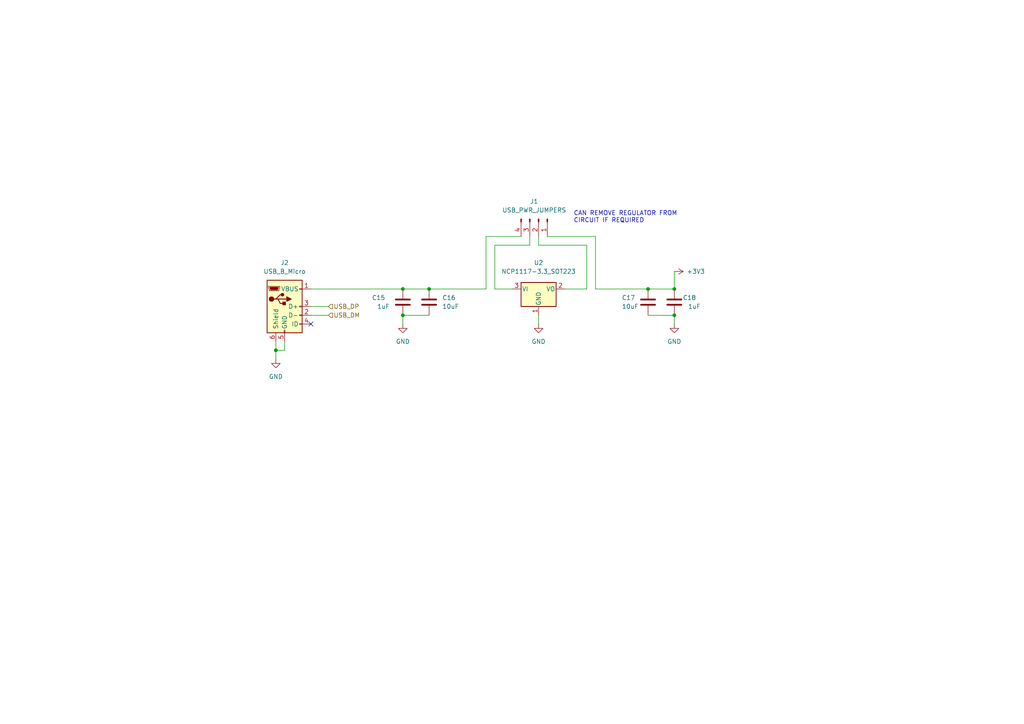
<source format=kicad_sch>
(kicad_sch (version 20211123) (generator eeschema)
  (paper "A4")
  (lib_symbols
    (symbol "Connector:Conn_01x04_Male" (pin_names (offset 1.016) hide)
      (property "Reference" "J" (at 0 5.08 0))
      (property "Value" "Conn_01x04_Male" (at 0 -7.62 0))
      (symbol "Conn_01x04_Male_1_1"
        (polyline (pts (xy 1.27 -5.08) (xy 0.8636 -5.08)) (stroke (width 0.1524)))
        (polyline (pts (xy 1.27 -2.54) (xy 0.8636 -2.54)) (stroke (width 0.1524)))
        (polyline (pts (xy 1.27 0) (xy 0.8636 0)) (stroke (width 0.1524)))
        (polyline (pts (xy 1.27 2.54) (xy 0.8636 2.54)) (stroke (width 0.1524)))
        (rectangle (start 0.8636 -4.953) (end 0 -5.207) (stroke (width 0.1524)) (fill (type outline)))
        (rectangle (start 0.8636 -2.413) (end 0 -2.667) (stroke (width 0.1524)) (fill (type outline)))
        (rectangle (start 0.8636 0.127) (end 0 -0.127) (stroke (width 0.1524)) (fill (type outline)))
        (rectangle (start 0.8636 2.667) (end 0 2.413) (stroke (width 0.1524)) (fill (type outline)))
        (pin passive line (at 5.08 2.54 180) (length 3.81) (name "Pin_1") (number "1"))
        (pin passive line (at 5.08 0 180) (length 3.81) (name "Pin_2") (number "2"))
        (pin passive line (at 5.08 -2.54 180) (length 3.81) (name "Pin_3") (number "3"))
        (pin passive line (at 5.08 -5.08 180) (length 3.81) (name "Pin_4") (number "4"))
      )
    )
    (symbol "Connector:USB_B_Micro" (pin_names (offset 1.016))
      (property "Reference" "J" (at -5.08 11.43 0))
      (property "Value" "USB_B_Micro" (at -5.08 8.89 0))
      (symbol "USB_B_Micro_0_1"
        (rectangle (start -5.08 -7.62) (end 5.08 7.62) (stroke (width 0.254)) (fill (type background)))
        (circle (center -3.81 2.159) (radius 0.635) (stroke (width 0.254)) (fill (type outline)))
        (circle (center -0.635 3.429) (radius 0.381) (stroke (width 0.254)) (fill (type outline)))
        (rectangle (start -0.127 -7.62) (end 0.127 -6.858))
        (polyline (pts (xy -1.905 2.159) (xy 0.635 2.159)) (stroke (width 0.254)))
        (polyline (pts (xy -3.175 2.159) (xy -2.54 2.159) (xy -1.27 3.429) (xy -0.635 3.429)) (stroke (width 0.254)))
        (polyline (pts (xy -2.54 2.159) (xy -1.905 2.159) (xy -1.27 0.889) (xy 0 0.889)) (stroke (width 0.254)))
        (polyline (pts (xy 0.635 2.794) (xy 0.635 1.524) (xy 1.905 2.159) (xy 0.635 2.794)) (stroke (width 0.254)) (fill (type outline)))
        (polyline (pts (xy -4.318 5.588) (xy -1.778 5.588) (xy -2.032 4.826) (xy -4.064 4.826) (xy -4.318 5.588)) (fill (type outline)))
        (polyline (pts (xy -4.699 5.842) (xy -4.699 5.588) (xy -4.445 4.826) (xy -4.445 4.572) (xy -1.651 4.572) (xy -1.651 4.826) (xy -1.397 5.588) (xy -1.397 5.842) (xy -4.699 5.842)))
        (rectangle (start 0.254 1.27) (end -0.508 0.508) (stroke (width 0.254)) (fill (type outline)))
        (rectangle (start 5.08 -5.207) (end 4.318 -4.953))
        (rectangle (start 5.08 -2.667) (end 4.318 -2.413))
        (rectangle (start 5.08 -0.127) (end 4.318 0.127))
        (rectangle (start 5.08 4.953) (end 4.318 5.207))
      )
      (symbol "USB_B_Micro_1_1"
        (pin power_out line (at 7.62 5.08 180) (length 2.54) (name "VBUS") (number "1"))
        (pin bidirectional line (at 7.62 -2.54 180) (length 2.54) (name "D-") (number "2"))
        (pin bidirectional line (at 7.62 0 180) (length 2.54) (name "D+") (number "3"))
        (pin passive line (at 7.62 -5.08 180) (length 2.54) (name "ID") (number "4"))
        (pin power_out line (at 0 -10.16 90) (length 2.54) (name "GND") (number "5"))
        (pin passive line (at -2.54 -10.16 90) (length 2.54) (name "Shield") (number "6"))
      )
    )
    (symbol "Device:C" (pin_numbers hide) (pin_names (offset 0.254))
      (property "Reference" "C" (at 0.635 2.54 0))
      (property "Value" "C" (at 0.635 -2.54 0))
      (symbol "C_0_1"
        (polyline (pts (xy -2.032 -0.762) (xy 2.032 -0.762)) (stroke (width 0.508)))
        (polyline (pts (xy -2.032 0.762) (xy 2.032 0.762)) (stroke (width 0.508)))
      )
      (symbol "C_1_1"
        (pin passive line (at 0 3.81 270) (length 2.794) (name "~") (number "1"))
        (pin passive line (at 0 -3.81 90) (length 2.794) (name "~") (number "2"))
      )
    )
    (symbol "Regulator_Linear:NCP1117-3.3_SOT223" (pin_names (offset 0.254))
      (property "Reference" "U" (at -3.81 3.175 0))
      (property "Value" "NCP1117-3.3_SOT223" (at 0 3.175 0))
      (symbol "NCP1117-3.3_SOT223_0_1"
        (rectangle (start -5.08 -5.08) (end 5.08 1.905) (stroke (width 0.254)) (fill (type background)))
      )
      (symbol "NCP1117-3.3_SOT223_1_1"
        (pin power_in line (at 0 -7.62 90) (length 2.54) (name "GND") (number "1"))
        (pin power_out line (at 7.62 0 180) (length 2.54) (name "VO") (number "2"))
        (pin power_in line (at -7.62 0 0) (length 2.54) (name "VI") (number "3"))
      )
    )
    (symbol "power:+3.3V" (power) (pin_names (offset 0))
      (property "Value" "+3.3V" (at 0 3.556 0))
      (symbol "+3.3V_0_1"
        (polyline (pts (xy -0.762 1.27) (xy 0 2.54)))
        (polyline (pts (xy 0 0) (xy 0 2.54)))
        (polyline (pts (xy 0 2.54) (xy 0.762 1.27)))
      )
      (symbol "+3.3V_1_1"
        (pin power_in line (at 0 0 90) (length 0) hide (name "+3V3") (number "1"))
      )
    )
    (symbol "power:GND" (power) (pin_names (offset 0))
      (property "Value" "GND" (at 0 -3.81 0))
      (symbol "GND_0_1"
        (polyline (pts (xy 0 0) (xy 0 -1.27) (xy 1.27 -1.27) (xy 0 -2.54) (xy -1.27 -1.27) (xy 0 -1.27)))
      )
      (symbol "GND_1_1"
        (pin power_in line (at 0 0 270) (length 0) hide (name "GND") (number "1"))
      )
    )
  )
  (junction (at 195.58 83.82))
  (junction (at 116.84 91.44))
  (junction (at 80.01 101.6))
  (junction (at 124.46 83.82))
  (junction (at 195.58 91.44))
  (junction (at 116.84 83.82))
  (junction (at 187.96 83.82))
  (no_connect (at 90.17 93.98))
  (wire (pts (xy 116.84 83.82) (xy 124.46 83.82)))
  (wire (pts (xy 80.01 99.06) (xy 80.01 101.6)))
  (wire (pts (xy 116.84 91.44) (xy 124.46 91.44)))
  (wire (pts (xy 156.21 68.58) (xy 156.21 71.12)))
  (wire (pts (xy 158.75 68.58) (xy 172.72 68.58)))
  (wire (pts (xy 156.21 91.44) (xy 156.21 93.98)))
  (wire (pts (xy 172.72 83.82) (xy 187.96 83.82)))
  (wire (pts (xy 90.17 88.9) (xy 95.25 88.9)))
  (wire (pts (xy 153.67 68.58) (xy 153.67 71.12)))
  (wire (pts (xy 124.46 83.82) (xy 140.97 83.82)))
  (wire (pts (xy 143.51 71.12) (xy 143.51 83.82)))
  (wire (pts (xy 90.17 83.82) (xy 116.84 83.82)))
  (wire (pts (xy 172.72 68.58) (xy 172.72 83.82)))
  (wire (pts (xy 156.21 71.12) (xy 170.18 71.12)))
  (wire (pts (xy 140.97 83.82) (xy 140.97 68.58)))
  (wire (pts (xy 80.01 101.6) (xy 82.55 101.6)))
  (wire (pts (xy 90.17 91.44) (xy 95.25 91.44)))
  (wire (pts (xy 153.67 71.12) (xy 143.51 71.12)))
  (wire (pts (xy 163.83 83.82) (xy 170.18 83.82)))
  (wire (pts (xy 80.01 101.6) (xy 80.01 104.14)))
  (wire (pts (xy 187.96 83.82) (xy 195.58 83.82)))
  (wire (pts (xy 140.97 68.58) (xy 151.13 68.58)))
  (wire (pts (xy 116.84 91.44) (xy 116.84 93.98)))
  (wire (pts (xy 170.18 71.12) (xy 170.18 83.82)))
  (wire (pts (xy 195.58 91.44) (xy 195.58 93.98)))
  (wire (pts (xy 82.55 101.6) (xy 82.55 99.06)))
  (wire (pts (xy 195.58 78.74) (xy 195.58 83.82)))
  (wire (pts (xy 143.51 83.82) (xy 148.59 83.82)))
  (wire (pts (xy 187.96 91.44) (xy 195.58 91.44)))
  (text "CAN REMOVE REGULATOR FROM\nCIRCUIT IF REQUIRED" (at 166.37 64.77 0) (effects (font (size 1.27 1.27)) (justify left bottom)))
  (hierarchical_label "USB_DP" (shape input) (at 95.25 88.9 0))
  (hierarchical_label "USB_DM" (shape input) (at 95.25 91.44 0))
  (symbol (lib_id "Device:C") (at 124.46 87.63 0) (unit 1)
    (property "Reference" "C16" (at 128.27 86.3599 0) (effects (justify left)))
    (property "Value" "10uF" (at 128.27 88.8999 0) (effects (justify left)))
    (property "Footprint" "Capacitor_SMD:C_0603_1608Metric" (effects hide))
    (property "LCSC" "C96446" (effects hide))
  )
  (symbol (lib_id "power:GND") (at 80.01 104.14 0) (unit 1)
    (property "Reference" "#PWR0117" (effects hide))
    (property "Value" "GND" (at 80.01 109.22 0))
  )
  (symbol (lib_id "Regulator_Linear:NCP1117-3.3_SOT223") (at 156.21 83.82 0) (unit 1)
    (property "Reference" "U2" (at 156.21 76.2 0))
    (property "Value" "NCP1117-3.3_SOT223" (at 156.21 78.74 0))
    (property "Footprint" "Package_TO_SOT_SMD:SOT-223-3_TabPin2" (effects hide))
    (property "Datasheet" "http://www.onsemi.com/pub_link/Collateral/NCP1117-D.PDF" (effects hide))
    (property "LCSC" "C26537 " (effects hide))
  )
  (symbol (lib_id "power:GND") (at 156.21 93.98 0) (unit 1)
    (property "Reference" "#PWR0115" (effects hide))
    (property "Value" "GND" (at 156.21 99.06 0))
  )
  (symbol (lib_id "Device:C") (at 187.96 87.63 0) (unit 1)
    (property "Reference" "C17" (at 180.34 86.36 0) (effects (justify left)))
    (property "Value" "10uF" (at 180.34 88.9 0) (effects (justify left)))
    (property "Footprint" "Capacitor_SMD:C_0603_1608Metric" (effects hide))
    (property "LCSC" "C96446" (effects hide))
  )
  (symbol (lib_id "power:GND") (at 116.84 93.98 0) (unit 1)
    (property "Reference" "#PWR0116" (effects hide))
    (property "Value" "GND" (at 116.84 99.06 0))
  )
  (symbol (lib_id "power:GND") (at 195.58 93.98 0) (unit 1)
    (property "Reference" "#PWR0113" (effects hide))
    (property "Value" "GND" (at 195.58 99.06 0))
  )
  (symbol (lib_id "Connector:Conn_01x04_Male") (at 156.21 63.5 270) (unit 1)
    (property "Reference" "J1" (at 154.94 58.42 90))
    (property "Value" "USB_PWR_JUMPERS" (at 154.94 60.96 90))
    (property "Footprint" "Connector_PinHeader_2.54mm:PinHeader_1x04_P2.54mm_Vertical" (effects hide))
  )
  (symbol (lib_id "Device:C") (at 116.84 87.63 180) (unit 1)
    (property "Reference" "C15" (at 111.76 86.36 0) (effects (justify left)))
    (property "Value" "1uF" (at 113.03 88.9 0) (effects (justify left)))
    (property "Footprint" "Capacitor_SMD:C_0603_1608Metric" (effects hide))
    (property "LCSC" "C15849" (effects hide))
  )
  (symbol (lib_id "Device:C") (at 195.58 87.63 180) (unit 1)
    (property "Reference" "C18" (at 201.93 86.36 0) (effects (justify left)))
    (property "Value" "1uF" (at 203.2 88.9 0) (effects (justify left)))
    (property "Footprint" "Capacitor_SMD:C_0603_1608Metric" (effects hide))
    (property "LCSC" "C15849" (effects hide))
  )
  (symbol (lib_id "power:+3.3V") (at 195.58 78.74 270) (unit 1)
    (property "Reference" "#PWR0114" (effects hide))
    (property "Value" "+3.3V" (at 204.47 78.74 90) (effects (justify right)))
  )
  (symbol (lib_id "Connector:USB_B_Micro") (at 82.55 88.9 0) (unit 1)
    (property "Reference" "J2" (at 82.55 76.2 0))
    (property "Value" "USB_B_Micro" (at 82.55 78.74 0))
    (property "Footprint" "Connector_USB:USB_Micro-B_Amphenol_10118194_Horizontal" (effects hide))
    (property "LCSC" "C132563" (effects hide))
  )
)
</source>
